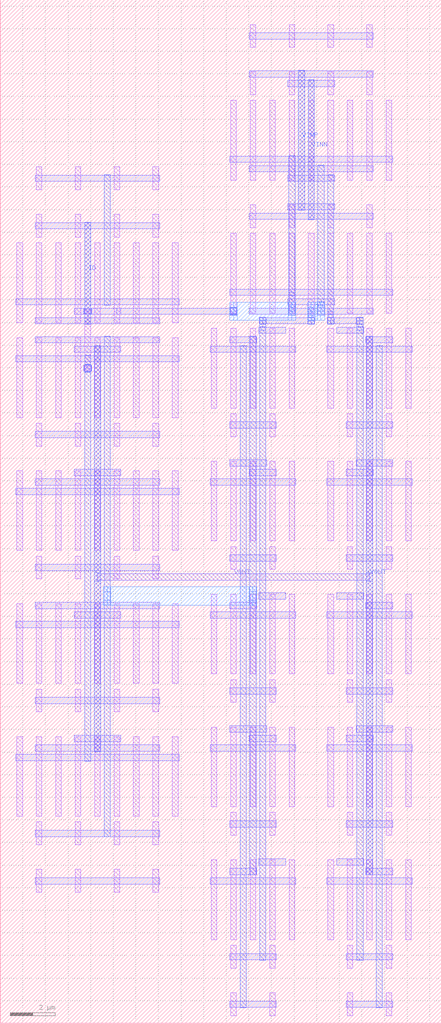
<source format=lef>
MACRO CURRENT_MIRROR_OTA
  ORIGIN 0 0 ;
  FOREIGN CURRENT_MIRROR_OTA 0 0 ;
  SIZE 19.51 BY 45.28 ;
  PIN ID
    DIRECTION INOUT ;
    USE SIGNAL ;
    PORT 
      LAYER M3 ;
        RECT 3.73 30.92 4.01 35.44 ;
    END
  END ID
  PIN VOUT
    DIRECTION INOUT ;
    USE SIGNAL ;
    PORT 
      LAYER M3 ;
        RECT 4.16 12.02 4.44 29.98 ;
      LAYER M3 ;
        RECT 16.2 6.56 16.48 30.4 ;
      LAYER M3 ;
        RECT 4.16 19.555 4.44 19.925 ;
      LAYER M2 ;
        RECT 4.3 19.6 16.34 19.88 ;
      LAYER M3 ;
        RECT 16.2 19.555 16.48 19.925 ;
    END
  END VOUT
  PIN VINN
    DIRECTION INOUT ;
    USE SIGNAL ;
    PORT 
      LAYER M3 ;
        RECT 13.62 35.54 13.9 41.74 ;
    END
  END VINN
  PIN VINP
    DIRECTION INOUT ;
    USE SIGNAL ;
    PORT 
      LAYER M3 ;
        RECT 13.19 35.96 13.47 42.16 ;
    END
  END VINP
  OBS 
  LAYER M3 ;
        RECT 3.73 11.6 4.01 29.56 ;
  LAYER M2 ;
        RECT 3.27 31.36 5.33 31.64 ;
  LAYER M3 ;
        RECT 12.76 32.18 13.04 38.38 ;
  LAYER M3 ;
        RECT 3.73 28.795 4.01 29.165 ;
  LAYER M2 ;
        RECT 3.721 28.84 4.019 29.12 ;
  LAYER M1 ;
        RECT 3.745 28.98 3.995 31.5 ;
  LAYER M2 ;
        RECT 3.71 31.36 4.03 31.64 ;
  LAYER M2 ;
        RECT 5.16 31.36 10.32 31.64 ;
  LAYER M3 ;
        RECT 10.18 31.379 10.46 31.621 ;
  LAYER M4 ;
        RECT 10.32 31.1 12.9 31.9 ;
  LAYER M3 ;
        RECT 12.76 31.5 13.04 32.34 ;
  LAYER M1 ;
        RECT 3.745 28.895 3.995 29.065 ;
  LAYER M2 ;
        RECT 3.7 28.84 4.04 29.12 ;
  LAYER M1 ;
        RECT 3.745 31.415 3.995 31.585 ;
  LAYER M2 ;
        RECT 3.7 31.36 4.04 31.64 ;
  LAYER M2 ;
        RECT 3.71 28.84 4.03 29.12 ;
  LAYER M3 ;
        RECT 3.73 28.82 4.01 29.14 ;
  LAYER M1 ;
        RECT 3.745 31.415 3.995 31.585 ;
  LAYER M2 ;
        RECT 3.7 31.36 4.04 31.64 ;
  LAYER M1 ;
        RECT 3.745 31.415 3.995 31.585 ;
  LAYER M2 ;
        RECT 3.7 31.36 4.04 31.64 ;
  LAYER M2 ;
        RECT 10.16 31.36 10.48 31.64 ;
  LAYER M3 ;
        RECT 10.18 31.34 10.46 31.66 ;
  LAYER M3 ;
        RECT 10.18 31.315 10.46 31.685 ;
  LAYER M4 ;
        RECT 10.155 31.1 10.485 31.9 ;
  LAYER M3 ;
        RECT 12.76 31.315 13.04 31.685 ;
  LAYER M4 ;
        RECT 12.735 31.1 13.065 31.9 ;
  LAYER M1 ;
        RECT 3.745 31.415 3.995 31.585 ;
  LAYER M2 ;
        RECT 3.7 31.36 4.04 31.64 ;
  LAYER M3 ;
        RECT 12.76 31.315 13.04 31.685 ;
  LAYER M4 ;
        RECT 12.735 31.1 13.065 31.9 ;
  LAYER M3 ;
        RECT 15.77 2.78 16.05 30.82 ;
  LAYER M3 ;
        RECT 14.48 31.34 14.76 37.54 ;
  LAYER M3 ;
        RECT 15.77 30.66 16.05 31.08 ;
  LAYER M2 ;
        RECT 14.62 30.94 15.91 31.22 ;
  LAYER M3 ;
        RECT 14.48 31.08 14.76 31.5 ;
  LAYER M2 ;
        RECT 14.46 30.94 14.78 31.22 ;
  LAYER M3 ;
        RECT 14.48 30.92 14.76 31.24 ;
  LAYER M2 ;
        RECT 15.75 30.94 16.07 31.22 ;
  LAYER M3 ;
        RECT 15.77 30.92 16.05 31.24 ;
  LAYER M2 ;
        RECT 14.46 30.94 14.78 31.22 ;
  LAYER M3 ;
        RECT 14.48 30.92 14.76 31.24 ;
  LAYER M2 ;
        RECT 15.75 30.94 16.07 31.22 ;
  LAYER M3 ;
        RECT 15.77 30.92 16.05 31.24 ;
  LAYER M3 ;
        RECT 11.47 2.78 11.75 30.82 ;
  LAYER M3 ;
        RECT 14.05 31.76 14.33 37.96 ;
  LAYER M3 ;
        RECT 11.47 30.66 11.75 31.08 ;
  LAYER M2 ;
        RECT 11.61 30.94 13.76 31.22 ;
  LAYER M3 ;
        RECT 13.62 31.08 13.9 31.5 ;
  LAYER M4 ;
        RECT 13.76 31.1 14.19 31.9 ;
  LAYER M3 ;
        RECT 14.05 31.5 14.33 31.92 ;
  LAYER M2 ;
        RECT 11.45 30.94 11.77 31.22 ;
  LAYER M3 ;
        RECT 11.47 30.92 11.75 31.24 ;
  LAYER M2 ;
        RECT 13.6 30.94 13.92 31.22 ;
  LAYER M3 ;
        RECT 13.62 30.92 13.9 31.24 ;
  LAYER M3 ;
        RECT 13.62 31.315 13.9 31.685 ;
  LAYER M4 ;
        RECT 13.595 31.1 13.925 31.9 ;
  LAYER M3 ;
        RECT 14.05 31.315 14.33 31.685 ;
  LAYER M4 ;
        RECT 14.025 31.1 14.355 31.9 ;
  LAYER M2 ;
        RECT 11.45 30.94 11.77 31.22 ;
  LAYER M3 ;
        RECT 11.47 30.92 11.75 31.24 ;
  LAYER M2 ;
        RECT 13.6 30.94 13.92 31.22 ;
  LAYER M3 ;
        RECT 13.62 30.92 13.9 31.24 ;
  LAYER M3 ;
        RECT 13.62 31.315 13.9 31.685 ;
  LAYER M4 ;
        RECT 13.595 31.1 13.925 31.9 ;
  LAYER M3 ;
        RECT 14.05 31.315 14.33 31.685 ;
  LAYER M4 ;
        RECT 14.025 31.1 14.355 31.9 ;
  LAYER M3 ;
        RECT 4.59 8.24 4.87 30.4 ;
  LAYER M3 ;
        RECT 11.04 6.56 11.32 30.4 ;
  LAYER M3 ;
        RECT 4.59 18.715 4.87 19.085 ;
  LAYER M4 ;
        RECT 4.73 18.5 11.18 19.3 ;
  LAYER M3 ;
        RECT 11.04 18.715 11.32 19.085 ;
  LAYER M3 ;
        RECT 4.59 18.715 4.87 19.085 ;
  LAYER M4 ;
        RECT 4.565 18.5 4.895 19.3 ;
  LAYER M3 ;
        RECT 11.04 18.715 11.32 19.085 ;
  LAYER M4 ;
        RECT 11.015 18.5 11.345 19.3 ;
  LAYER M3 ;
        RECT 4.59 18.715 4.87 19.085 ;
  LAYER M4 ;
        RECT 4.565 18.5 4.895 19.3 ;
  LAYER M3 ;
        RECT 11.04 18.715 11.32 19.085 ;
  LAYER M4 ;
        RECT 11.015 18.5 11.345 19.3 ;
  LAYER M1 ;
        RECT 1.595 30.995 1.845 34.525 ;
  LAYER M1 ;
        RECT 1.595 34.775 1.845 35.785 ;
  LAYER M1 ;
        RECT 1.595 36.875 1.845 37.885 ;
  LAYER M1 ;
        RECT 0.735 30.995 0.985 34.525 ;
  LAYER M1 ;
        RECT 2.455 30.995 2.705 34.525 ;
  LAYER M1 ;
        RECT 3.315 30.995 3.565 34.525 ;
  LAYER M1 ;
        RECT 3.315 34.775 3.565 35.785 ;
  LAYER M1 ;
        RECT 3.315 36.875 3.565 37.885 ;
  LAYER M1 ;
        RECT 4.175 30.995 4.425 34.525 ;
  LAYER M1 ;
        RECT 5.035 30.995 5.285 34.525 ;
  LAYER M1 ;
        RECT 5.035 34.775 5.285 35.785 ;
  LAYER M1 ;
        RECT 5.035 36.875 5.285 37.885 ;
  LAYER M1 ;
        RECT 5.895 30.995 6.145 34.525 ;
  LAYER M1 ;
        RECT 6.755 30.995 7.005 34.525 ;
  LAYER M1 ;
        RECT 6.755 34.775 7.005 35.785 ;
  LAYER M1 ;
        RECT 6.755 36.875 7.005 37.885 ;
  LAYER M1 ;
        RECT 7.615 30.995 7.865 34.525 ;
  LAYER M2 ;
        RECT 1.55 30.94 7.05 31.22 ;
  LAYER M2 ;
        RECT 1.55 35.14 7.05 35.42 ;
  LAYER M2 ;
        RECT 0.69 31.78 7.91 32.06 ;
  LAYER M2 ;
        RECT 1.55 37.24 7.05 37.52 ;
  LAYER M3 ;
        RECT 3.73 30.92 4.01 35.44 ;
  LAYER M2 ;
        RECT 3.27 31.36 5.33 31.64 ;
  LAYER M3 ;
        RECT 4.59 31.76 4.87 37.54 ;
  LAYER M1 ;
        RECT 15.355 27.215 15.605 30.745 ;
  LAYER M1 ;
        RECT 15.355 25.955 15.605 26.965 ;
  LAYER M1 ;
        RECT 15.355 21.335 15.605 24.865 ;
  LAYER M1 ;
        RECT 15.355 20.075 15.605 21.085 ;
  LAYER M1 ;
        RECT 15.355 15.455 15.605 18.985 ;
  LAYER M1 ;
        RECT 15.355 14.195 15.605 15.205 ;
  LAYER M1 ;
        RECT 15.355 9.575 15.605 13.105 ;
  LAYER M1 ;
        RECT 15.355 8.315 15.605 9.325 ;
  LAYER M1 ;
        RECT 15.355 3.695 15.605 7.225 ;
  LAYER M1 ;
        RECT 15.355 2.435 15.605 3.445 ;
  LAYER M1 ;
        RECT 15.355 0.335 15.605 1.345 ;
  LAYER M1 ;
        RECT 14.495 27.215 14.745 30.745 ;
  LAYER M1 ;
        RECT 14.495 21.335 14.745 24.865 ;
  LAYER M1 ;
        RECT 14.495 15.455 14.745 18.985 ;
  LAYER M1 ;
        RECT 14.495 9.575 14.745 13.105 ;
  LAYER M1 ;
        RECT 14.495 3.695 14.745 7.225 ;
  LAYER M1 ;
        RECT 16.215 27.215 16.465 30.745 ;
  LAYER M1 ;
        RECT 16.215 21.335 16.465 24.865 ;
  LAYER M1 ;
        RECT 16.215 15.455 16.465 18.985 ;
  LAYER M1 ;
        RECT 16.215 9.575 16.465 13.105 ;
  LAYER M1 ;
        RECT 16.215 3.695 16.465 7.225 ;
  LAYER M1 ;
        RECT 17.075 27.215 17.325 30.745 ;
  LAYER M1 ;
        RECT 17.075 25.955 17.325 26.965 ;
  LAYER M1 ;
        RECT 17.075 21.335 17.325 24.865 ;
  LAYER M1 ;
        RECT 17.075 20.075 17.325 21.085 ;
  LAYER M1 ;
        RECT 17.075 15.455 17.325 18.985 ;
  LAYER M1 ;
        RECT 17.075 14.195 17.325 15.205 ;
  LAYER M1 ;
        RECT 17.075 9.575 17.325 13.105 ;
  LAYER M1 ;
        RECT 17.075 8.315 17.325 9.325 ;
  LAYER M1 ;
        RECT 17.075 3.695 17.325 7.225 ;
  LAYER M1 ;
        RECT 17.075 2.435 17.325 3.445 ;
  LAYER M1 ;
        RECT 17.075 0.335 17.325 1.345 ;
  LAYER M1 ;
        RECT 17.935 27.215 18.185 30.745 ;
  LAYER M1 ;
        RECT 17.935 21.335 18.185 24.865 ;
  LAYER M1 ;
        RECT 17.935 15.455 18.185 18.985 ;
  LAYER M1 ;
        RECT 17.935 9.575 18.185 13.105 ;
  LAYER M1 ;
        RECT 17.935 3.695 18.185 7.225 ;
  LAYER M2 ;
        RECT 14.88 30.52 16.08 30.8 ;
  LAYER M2 ;
        RECT 15.31 26.32 17.37 26.6 ;
  LAYER M2 ;
        RECT 16.17 30.1 17.37 30.38 ;
  LAYER M2 ;
        RECT 14.45 29.68 18.23 29.96 ;
  LAYER M2 ;
        RECT 15.74 24.64 17.37 24.92 ;
  LAYER M2 ;
        RECT 15.31 20.44 17.37 20.72 ;
  LAYER M2 ;
        RECT 15.31 24.22 16.51 24.5 ;
  LAYER M2 ;
        RECT 14.45 23.8 18.23 24.08 ;
  LAYER M2 ;
        RECT 14.88 18.76 16.08 19.04 ;
  LAYER M2 ;
        RECT 15.31 14.56 17.37 14.84 ;
  LAYER M2 ;
        RECT 16.17 18.34 17.37 18.62 ;
  LAYER M2 ;
        RECT 14.45 17.92 18.23 18.2 ;
  LAYER M2 ;
        RECT 15.74 12.88 17.37 13.16 ;
  LAYER M2 ;
        RECT 15.31 8.68 17.37 8.96 ;
  LAYER M2 ;
        RECT 15.31 12.46 16.51 12.74 ;
  LAYER M2 ;
        RECT 14.45 12.04 18.23 12.32 ;
  LAYER M2 ;
        RECT 14.88 7 16.08 7.28 ;
  LAYER M2 ;
        RECT 15.31 2.8 17.37 3.08 ;
  LAYER M2 ;
        RECT 16.17 6.58 17.37 6.86 ;
  LAYER M2 ;
        RECT 14.45 6.16 18.23 6.44 ;
  LAYER M2 ;
        RECT 15.31 0.7 17.37 0.98 ;
  LAYER M3 ;
        RECT 15.77 2.78 16.05 30.82 ;
  LAYER M3 ;
        RECT 16.2 6.56 16.48 30.4 ;
  LAYER M3 ;
        RECT 16.63 0.68 16.91 29.98 ;
  LAYER M1 ;
        RECT 11.915 27.215 12.165 30.745 ;
  LAYER M1 ;
        RECT 11.915 25.955 12.165 26.965 ;
  LAYER M1 ;
        RECT 11.915 21.335 12.165 24.865 ;
  LAYER M1 ;
        RECT 11.915 20.075 12.165 21.085 ;
  LAYER M1 ;
        RECT 11.915 15.455 12.165 18.985 ;
  LAYER M1 ;
        RECT 11.915 14.195 12.165 15.205 ;
  LAYER M1 ;
        RECT 11.915 9.575 12.165 13.105 ;
  LAYER M1 ;
        RECT 11.915 8.315 12.165 9.325 ;
  LAYER M1 ;
        RECT 11.915 3.695 12.165 7.225 ;
  LAYER M1 ;
        RECT 11.915 2.435 12.165 3.445 ;
  LAYER M1 ;
        RECT 11.915 0.335 12.165 1.345 ;
  LAYER M1 ;
        RECT 12.775 27.215 13.025 30.745 ;
  LAYER M1 ;
        RECT 12.775 21.335 13.025 24.865 ;
  LAYER M1 ;
        RECT 12.775 15.455 13.025 18.985 ;
  LAYER M1 ;
        RECT 12.775 9.575 13.025 13.105 ;
  LAYER M1 ;
        RECT 12.775 3.695 13.025 7.225 ;
  LAYER M1 ;
        RECT 11.055 27.215 11.305 30.745 ;
  LAYER M1 ;
        RECT 11.055 21.335 11.305 24.865 ;
  LAYER M1 ;
        RECT 11.055 15.455 11.305 18.985 ;
  LAYER M1 ;
        RECT 11.055 9.575 11.305 13.105 ;
  LAYER M1 ;
        RECT 11.055 3.695 11.305 7.225 ;
  LAYER M1 ;
        RECT 10.195 27.215 10.445 30.745 ;
  LAYER M1 ;
        RECT 10.195 25.955 10.445 26.965 ;
  LAYER M1 ;
        RECT 10.195 21.335 10.445 24.865 ;
  LAYER M1 ;
        RECT 10.195 20.075 10.445 21.085 ;
  LAYER M1 ;
        RECT 10.195 15.455 10.445 18.985 ;
  LAYER M1 ;
        RECT 10.195 14.195 10.445 15.205 ;
  LAYER M1 ;
        RECT 10.195 9.575 10.445 13.105 ;
  LAYER M1 ;
        RECT 10.195 8.315 10.445 9.325 ;
  LAYER M1 ;
        RECT 10.195 3.695 10.445 7.225 ;
  LAYER M1 ;
        RECT 10.195 2.435 10.445 3.445 ;
  LAYER M1 ;
        RECT 10.195 0.335 10.445 1.345 ;
  LAYER M1 ;
        RECT 9.335 27.215 9.585 30.745 ;
  LAYER M1 ;
        RECT 9.335 21.335 9.585 24.865 ;
  LAYER M1 ;
        RECT 9.335 15.455 9.585 18.985 ;
  LAYER M1 ;
        RECT 9.335 9.575 9.585 13.105 ;
  LAYER M1 ;
        RECT 9.335 3.695 9.585 7.225 ;
  LAYER M2 ;
        RECT 11.44 30.52 12.64 30.8 ;
  LAYER M2 ;
        RECT 10.15 26.32 12.21 26.6 ;
  LAYER M2 ;
        RECT 10.15 30.1 11.35 30.38 ;
  LAYER M2 ;
        RECT 9.29 29.68 13.07 29.96 ;
  LAYER M2 ;
        RECT 10.15 24.64 11.78 24.92 ;
  LAYER M2 ;
        RECT 10.15 20.44 12.21 20.72 ;
  LAYER M2 ;
        RECT 11.01 24.22 12.21 24.5 ;
  LAYER M2 ;
        RECT 9.29 23.8 13.07 24.08 ;
  LAYER M2 ;
        RECT 11.44 18.76 12.64 19.04 ;
  LAYER M2 ;
        RECT 10.15 14.56 12.21 14.84 ;
  LAYER M2 ;
        RECT 10.15 18.34 11.35 18.62 ;
  LAYER M2 ;
        RECT 9.29 17.92 13.07 18.2 ;
  LAYER M2 ;
        RECT 10.15 12.88 11.78 13.16 ;
  LAYER M2 ;
        RECT 10.15 8.68 12.21 8.96 ;
  LAYER M2 ;
        RECT 11.01 12.46 12.21 12.74 ;
  LAYER M2 ;
        RECT 9.29 12.04 13.07 12.32 ;
  LAYER M2 ;
        RECT 11.44 7 12.64 7.28 ;
  LAYER M2 ;
        RECT 10.15 2.8 12.21 3.08 ;
  LAYER M2 ;
        RECT 10.15 6.58 11.35 6.86 ;
  LAYER M2 ;
        RECT 9.29 6.16 13.07 6.44 ;
  LAYER M2 ;
        RECT 10.15 0.7 12.21 0.98 ;
  LAYER M3 ;
        RECT 11.47 2.78 11.75 30.82 ;
  LAYER M3 ;
        RECT 11.04 6.56 11.32 30.4 ;
  LAYER M3 ;
        RECT 10.61 0.68 10.89 29.98 ;
  LAYER M1 ;
        RECT 6.755 26.795 7.005 30.325 ;
  LAYER M1 ;
        RECT 6.755 25.535 7.005 26.545 ;
  LAYER M1 ;
        RECT 6.755 20.915 7.005 24.445 ;
  LAYER M1 ;
        RECT 6.755 19.655 7.005 20.665 ;
  LAYER M1 ;
        RECT 6.755 15.035 7.005 18.565 ;
  LAYER M1 ;
        RECT 6.755 13.775 7.005 14.785 ;
  LAYER M1 ;
        RECT 6.755 9.155 7.005 12.685 ;
  LAYER M1 ;
        RECT 6.755 7.895 7.005 8.905 ;
  LAYER M1 ;
        RECT 6.755 5.795 7.005 6.805 ;
  LAYER M1 ;
        RECT 7.615 26.795 7.865 30.325 ;
  LAYER M1 ;
        RECT 7.615 20.915 7.865 24.445 ;
  LAYER M1 ;
        RECT 7.615 15.035 7.865 18.565 ;
  LAYER M1 ;
        RECT 7.615 9.155 7.865 12.685 ;
  LAYER M1 ;
        RECT 5.895 26.795 6.145 30.325 ;
  LAYER M1 ;
        RECT 5.895 20.915 6.145 24.445 ;
  LAYER M1 ;
        RECT 5.895 15.035 6.145 18.565 ;
  LAYER M1 ;
        RECT 5.895 9.155 6.145 12.685 ;
  LAYER M1 ;
        RECT 5.035 26.795 5.285 30.325 ;
  LAYER M1 ;
        RECT 5.035 25.535 5.285 26.545 ;
  LAYER M1 ;
        RECT 5.035 20.915 5.285 24.445 ;
  LAYER M1 ;
        RECT 5.035 19.655 5.285 20.665 ;
  LAYER M1 ;
        RECT 5.035 15.035 5.285 18.565 ;
  LAYER M1 ;
        RECT 5.035 13.775 5.285 14.785 ;
  LAYER M1 ;
        RECT 5.035 9.155 5.285 12.685 ;
  LAYER M1 ;
        RECT 5.035 7.895 5.285 8.905 ;
  LAYER M1 ;
        RECT 5.035 5.795 5.285 6.805 ;
  LAYER M1 ;
        RECT 4.175 26.795 4.425 30.325 ;
  LAYER M1 ;
        RECT 4.175 20.915 4.425 24.445 ;
  LAYER M1 ;
        RECT 4.175 15.035 4.425 18.565 ;
  LAYER M1 ;
        RECT 4.175 9.155 4.425 12.685 ;
  LAYER M1 ;
        RECT 3.315 26.795 3.565 30.325 ;
  LAYER M1 ;
        RECT 3.315 25.535 3.565 26.545 ;
  LAYER M1 ;
        RECT 3.315 20.915 3.565 24.445 ;
  LAYER M1 ;
        RECT 3.315 19.655 3.565 20.665 ;
  LAYER M1 ;
        RECT 3.315 15.035 3.565 18.565 ;
  LAYER M1 ;
        RECT 3.315 13.775 3.565 14.785 ;
  LAYER M1 ;
        RECT 3.315 9.155 3.565 12.685 ;
  LAYER M1 ;
        RECT 3.315 7.895 3.565 8.905 ;
  LAYER M1 ;
        RECT 3.315 5.795 3.565 6.805 ;
  LAYER M1 ;
        RECT 2.455 26.795 2.705 30.325 ;
  LAYER M1 ;
        RECT 2.455 20.915 2.705 24.445 ;
  LAYER M1 ;
        RECT 2.455 15.035 2.705 18.565 ;
  LAYER M1 ;
        RECT 2.455 9.155 2.705 12.685 ;
  LAYER M1 ;
        RECT 1.595 26.795 1.845 30.325 ;
  LAYER M1 ;
        RECT 1.595 25.535 1.845 26.545 ;
  LAYER M1 ;
        RECT 1.595 20.915 1.845 24.445 ;
  LAYER M1 ;
        RECT 1.595 19.655 1.845 20.665 ;
  LAYER M1 ;
        RECT 1.595 15.035 1.845 18.565 ;
  LAYER M1 ;
        RECT 1.595 13.775 1.845 14.785 ;
  LAYER M1 ;
        RECT 1.595 9.155 1.845 12.685 ;
  LAYER M1 ;
        RECT 1.595 7.895 1.845 8.905 ;
  LAYER M1 ;
        RECT 1.595 5.795 1.845 6.805 ;
  LAYER M1 ;
        RECT 0.735 26.795 0.985 30.325 ;
  LAYER M1 ;
        RECT 0.735 20.915 0.985 24.445 ;
  LAYER M1 ;
        RECT 0.735 15.035 0.985 18.565 ;
  LAYER M1 ;
        RECT 0.735 9.155 0.985 12.685 ;
  LAYER M2 ;
        RECT 1.55 30.1 7.05 30.38 ;
  LAYER M2 ;
        RECT 1.55 25.9 7.05 26.18 ;
  LAYER M2 ;
        RECT 3.27 29.68 5.33 29.96 ;
  LAYER M2 ;
        RECT 0.69 29.26 7.91 29.54 ;
  LAYER M2 ;
        RECT 3.27 24.22 5.33 24.5 ;
  LAYER M2 ;
        RECT 1.55 20.02 7.05 20.3 ;
  LAYER M2 ;
        RECT 1.55 23.8 7.05 24.08 ;
  LAYER M2 ;
        RECT 0.69 23.38 7.91 23.66 ;
  LAYER M2 ;
        RECT 1.55 18.34 7.05 18.62 ;
  LAYER M2 ;
        RECT 1.55 14.14 7.05 14.42 ;
  LAYER M2 ;
        RECT 3.27 17.92 5.33 18.2 ;
  LAYER M2 ;
        RECT 0.69 17.5 7.91 17.78 ;
  LAYER M2 ;
        RECT 3.27 12.46 5.33 12.74 ;
  LAYER M2 ;
        RECT 1.55 8.26 7.05 8.54 ;
  LAYER M2 ;
        RECT 1.55 12.04 7.05 12.32 ;
  LAYER M2 ;
        RECT 0.69 11.62 7.91 11.9 ;
  LAYER M2 ;
        RECT 1.55 6.16 7.05 6.44 ;
  LAYER M3 ;
        RECT 4.59 8.24 4.87 30.4 ;
  LAYER M3 ;
        RECT 4.16 12.02 4.44 29.98 ;
  LAYER M3 ;
        RECT 3.73 11.6 4.01 29.56 ;
  LAYER M1 ;
        RECT 16.215 31.415 16.465 34.945 ;
  LAYER M1 ;
        RECT 16.215 35.195 16.465 36.205 ;
  LAYER M1 ;
        RECT 16.215 37.295 16.465 40.825 ;
  LAYER M1 ;
        RECT 16.215 41.075 16.465 42.085 ;
  LAYER M1 ;
        RECT 16.215 43.175 16.465 44.185 ;
  LAYER M1 ;
        RECT 17.075 31.415 17.325 34.945 ;
  LAYER M1 ;
        RECT 17.075 37.295 17.325 40.825 ;
  LAYER M1 ;
        RECT 15.355 31.415 15.605 34.945 ;
  LAYER M1 ;
        RECT 15.355 37.295 15.605 40.825 ;
  LAYER M1 ;
        RECT 14.495 31.415 14.745 34.945 ;
  LAYER M1 ;
        RECT 14.495 35.195 14.745 36.205 ;
  LAYER M1 ;
        RECT 14.495 37.295 14.745 40.825 ;
  LAYER M1 ;
        RECT 14.495 41.075 14.745 42.085 ;
  LAYER M1 ;
        RECT 14.495 43.175 14.745 44.185 ;
  LAYER M1 ;
        RECT 13.635 31.415 13.885 34.945 ;
  LAYER M1 ;
        RECT 13.635 37.295 13.885 40.825 ;
  LAYER M1 ;
        RECT 12.775 31.415 13.025 34.945 ;
  LAYER M1 ;
        RECT 12.775 35.195 13.025 36.205 ;
  LAYER M1 ;
        RECT 12.775 37.295 13.025 40.825 ;
  LAYER M1 ;
        RECT 12.775 41.075 13.025 42.085 ;
  LAYER M1 ;
        RECT 12.775 43.175 13.025 44.185 ;
  LAYER M1 ;
        RECT 11.915 31.415 12.165 34.945 ;
  LAYER M1 ;
        RECT 11.915 37.295 12.165 40.825 ;
  LAYER M1 ;
        RECT 11.055 31.415 11.305 34.945 ;
  LAYER M1 ;
        RECT 11.055 35.195 11.305 36.205 ;
  LAYER M1 ;
        RECT 11.055 37.295 11.305 40.825 ;
  LAYER M1 ;
        RECT 11.055 41.075 11.305 42.085 ;
  LAYER M1 ;
        RECT 11.055 43.175 11.305 44.185 ;
  LAYER M1 ;
        RECT 10.195 31.415 10.445 34.945 ;
  LAYER M1 ;
        RECT 10.195 37.295 10.445 40.825 ;
  LAYER M2 ;
        RECT 11.01 31.36 16.51 31.64 ;
  LAYER M2 ;
        RECT 12.73 31.78 14.79 32.06 ;
  LAYER M2 ;
        RECT 11.01 35.56 16.51 35.84 ;
  LAYER M2 ;
        RECT 12.73 35.98 14.79 36.26 ;
  LAYER M2 ;
        RECT 10.15 32.2 17.37 32.48 ;
  LAYER M2 ;
        RECT 12.73 37.24 14.79 37.52 ;
  LAYER M2 ;
        RECT 11.01 37.66 16.51 37.94 ;
  LAYER M2 ;
        RECT 12.73 41.44 14.79 41.72 ;
  LAYER M2 ;
        RECT 11.01 41.86 16.51 42.14 ;
  LAYER M2 ;
        RECT 10.15 38.08 17.37 38.36 ;
  LAYER M2 ;
        RECT 11.01 43.54 16.51 43.82 ;
  LAYER M3 ;
        RECT 14.48 31.34 14.76 37.54 ;
  LAYER M3 ;
        RECT 14.05 31.76 14.33 37.96 ;
  LAYER M3 ;
        RECT 13.62 35.54 13.9 41.74 ;
  LAYER M3 ;
        RECT 13.19 35.96 13.47 42.16 ;
  LAYER M3 ;
        RECT 12.76 32.18 13.04 38.38 ;
  END 
END CURRENT_MIRROR_OTA

</source>
